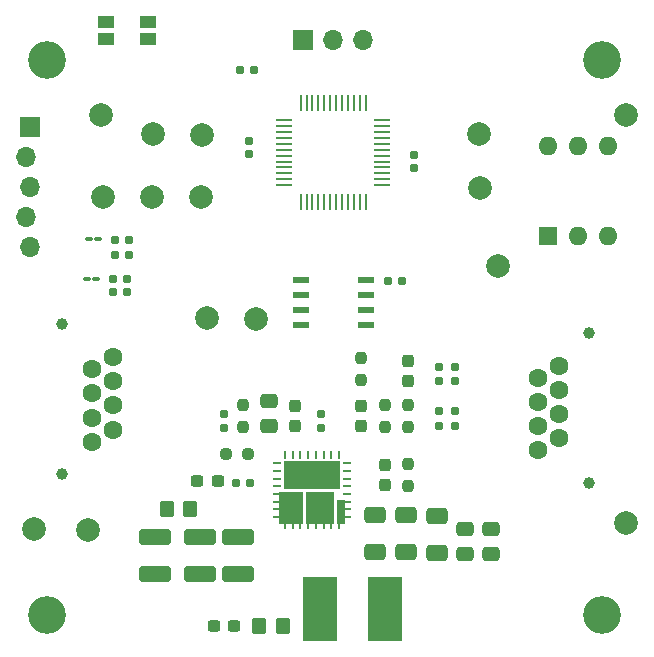
<source format=gbr>
%TF.GenerationSoftware,KiCad,Pcbnew,7.0.6*%
%TF.CreationDate,2023-09-15T11:23:23-07:00*%
%TF.ProjectId,dmxRx,646d7852-782e-46b6-9963-61645f706362,rev?*%
%TF.SameCoordinates,Original*%
%TF.FileFunction,Soldermask,Top*%
%TF.FilePolarity,Negative*%
%FSLAX46Y46*%
G04 Gerber Fmt 4.6, Leading zero omitted, Abs format (unit mm)*
G04 Created by KiCad (PCBNEW 7.0.6) date 2023-09-15 11:23:23*
%MOMM*%
%LPD*%
G01*
G04 APERTURE LIST*
G04 Aperture macros list*
%AMRoundRect*
0 Rectangle with rounded corners*
0 $1 Rounding radius*
0 $2 $3 $4 $5 $6 $7 $8 $9 X,Y pos of 4 corners*
0 Add a 4 corners polygon primitive as box body*
4,1,4,$2,$3,$4,$5,$6,$7,$8,$9,$2,$3,0*
0 Add four circle primitives for the rounded corners*
1,1,$1+$1,$2,$3*
1,1,$1+$1,$4,$5*
1,1,$1+$1,$6,$7*
1,1,$1+$1,$8,$9*
0 Add four rect primitives between the rounded corners*
20,1,$1+$1,$2,$3,$4,$5,0*
20,1,$1+$1,$4,$5,$6,$7,0*
20,1,$1+$1,$6,$7,$8,$9,0*
20,1,$1+$1,$8,$9,$2,$3,0*%
G04 Aperture macros list end*
%ADD10R,1.700000X1.700000*%
%ADD11O,1.700000X1.700000*%
%ADD12RoundRect,0.160000X-0.197500X-0.160000X0.197500X-0.160000X0.197500X0.160000X-0.197500X0.160000X0*%
%ADD13C,2.000000*%
%ADD14RoundRect,0.160000X-0.160000X0.197500X-0.160000X-0.197500X0.160000X-0.197500X0.160000X0.197500X0*%
%ADD15RoundRect,0.250000X0.650000X-0.412500X0.650000X0.412500X-0.650000X0.412500X-0.650000X-0.412500X0*%
%ADD16C,1.000000*%
%ADD17C,1.600000*%
%ADD18RoundRect,0.237500X0.237500X-0.300000X0.237500X0.300000X-0.237500X0.300000X-0.237500X-0.300000X0*%
%ADD19RoundRect,0.155000X0.155000X-0.212500X0.155000X0.212500X-0.155000X0.212500X-0.155000X-0.212500X0*%
%ADD20RoundRect,0.100000X-0.217500X-0.100000X0.217500X-0.100000X0.217500X0.100000X-0.217500X0.100000X0*%
%ADD21RoundRect,0.160000X0.160000X-0.197500X0.160000X0.197500X-0.160000X0.197500X-0.160000X-0.197500X0*%
%ADD22R,1.600000X1.600000*%
%ADD23O,1.600000X1.600000*%
%ADD24C,3.200000*%
%ADD25RoundRect,0.250000X0.475000X-0.337500X0.475000X0.337500X-0.475000X0.337500X-0.475000X-0.337500X0*%
%ADD26RoundRect,0.160000X0.197500X0.160000X-0.197500X0.160000X-0.197500X-0.160000X0.197500X-0.160000X0*%
%ADD27R,1.400000X1.050000*%
%ADD28RoundRect,0.155000X0.212500X0.155000X-0.212500X0.155000X-0.212500X-0.155000X0.212500X-0.155000X0*%
%ADD29RoundRect,0.237500X-0.237500X0.250000X-0.237500X-0.250000X0.237500X-0.250000X0.237500X0.250000X0*%
%ADD30RoundRect,0.250000X-0.350000X-0.450000X0.350000X-0.450000X0.350000X0.450000X-0.350000X0.450000X0*%
%ADD31RoundRect,0.250000X-1.100000X0.412500X-1.100000X-0.412500X1.100000X-0.412500X1.100000X0.412500X0*%
%ADD32R,1.460500X0.558800*%
%ADD33RoundRect,0.237500X0.300000X0.237500X-0.300000X0.237500X-0.300000X-0.237500X0.300000X-0.237500X0*%
%ADD34R,1.346200X0.279400*%
%ADD35R,0.279400X1.346200*%
%ADD36R,0.711200X0.254000*%
%ADD37R,0.254000X0.711200*%
%ADD38R,4.851400X2.362200*%
%ADD39R,2.133600X2.692400*%
%ADD40R,2.387600X2.692400*%
%ADD41R,0.762000X2.032000*%
%ADD42RoundRect,0.155000X-0.155000X0.212500X-0.155000X-0.212500X0.155000X-0.212500X0.155000X0.212500X0*%
%ADD43R,2.930000X5.500000*%
%ADD44RoundRect,0.237500X-0.250000X-0.237500X0.250000X-0.237500X0.250000X0.237500X-0.250000X0.237500X0*%
G04 APERTURE END LIST*
D10*
%TO.C,J1*%
X152633200Y-89700000D03*
D11*
X152226800Y-92240000D03*
X152633200Y-94780000D03*
X152226800Y-97320000D03*
X152633200Y-99860000D03*
%TD*%
D12*
%TO.C,R17*%
X159772500Y-99280000D03*
X160967500Y-99280000D03*
%TD*%
D13*
%TO.C,TP5*%
X190700000Y-94900000D03*
%TD*%
%TO.C,FID3*%
X203100000Y-88700000D03*
%TD*%
D14*
%TO.C,R8*%
X177200000Y-114002500D03*
X177200000Y-115197500D03*
%TD*%
D13*
%TO.C,FID2*%
X203100000Y-123200000D03*
%TD*%
D15*
%TO.C,C11*%
X187021399Y-125741101D03*
X187021399Y-122616101D03*
%TD*%
D16*
%TO.C,CON2*%
X199920000Y-119835000D03*
X199920000Y-107135000D03*
D17*
X195600000Y-117040000D03*
X197380000Y-116020000D03*
X195600000Y-115000000D03*
X197380000Y-113980000D03*
X195600000Y-112960000D03*
X197380000Y-111940000D03*
X195600000Y-110920000D03*
X197380000Y-109900000D03*
%TD*%
D18*
%TO.C,C10*%
X184621399Y-111241101D03*
X184621399Y-109516101D03*
%TD*%
D19*
%TO.C,C18*%
X185070000Y-93167500D03*
X185070000Y-92032500D03*
%TD*%
D13*
%TO.C,TP12*%
X192200000Y-101500000D03*
%TD*%
D20*
%TO.C,D1*%
X157582500Y-99200000D03*
X158397500Y-99200000D03*
%TD*%
D21*
%TO.C,R1*%
X187221399Y-111176101D03*
X187221399Y-109981101D03*
%TD*%
D22*
%TO.C,SW1*%
X196475000Y-98900000D03*
D23*
X199015000Y-98900000D03*
X201555000Y-98900000D03*
X201555000Y-91280000D03*
X199015000Y-91280000D03*
X196475000Y-91280000D03*
%TD*%
D24*
%TO.C,H3*%
X201000000Y-131000000D03*
%TD*%
D13*
%TO.C,TP2*%
X162900000Y-95600000D03*
%TD*%
D25*
%TO.C,C3*%
X172821399Y-115016101D03*
X172821399Y-112941101D03*
%TD*%
D26*
%TO.C,R20*%
X160827500Y-103700000D03*
X159632500Y-103700000D03*
%TD*%
D10*
%TO.C,J2*%
X175705000Y-82300000D03*
D11*
X178245000Y-82300000D03*
X180785000Y-82300000D03*
%TD*%
D13*
%TO.C,TP4*%
X158800000Y-95600000D03*
%TD*%
D12*
%TO.C,R19*%
X159632500Y-102600000D03*
X160827500Y-102600000D03*
%TD*%
D24*
%TO.C,H1*%
X154000000Y-84000000D03*
%TD*%
D12*
%TO.C,R16*%
X170402500Y-84870000D03*
X171597500Y-84870000D03*
%TD*%
D14*
%TO.C,R4*%
X188621399Y-113783601D03*
X188621399Y-114978601D03*
%TD*%
D27*
%TO.C,SW2*%
X159000000Y-80775000D03*
X162600000Y-80775000D03*
X159000000Y-82225000D03*
X162600000Y-82225000D03*
%TD*%
D20*
%TO.C,D2*%
X157392500Y-102600000D03*
X158207500Y-102600000D03*
%TD*%
D28*
%TO.C,C19*%
X184067500Y-102700000D03*
X182932500Y-102700000D03*
%TD*%
D29*
%TO.C,R13*%
X184621399Y-118266101D03*
X184621399Y-120091101D03*
%TD*%
D30*
%TO.C,R14*%
X172021399Y-131978601D03*
X174021399Y-131978601D03*
%TD*%
D13*
%TO.C,TP7*%
X167600000Y-105900000D03*
%TD*%
D31*
%TO.C,C8*%
X167021399Y-124416101D03*
X167021399Y-127541101D03*
%TD*%
D32*
%TO.C,U3*%
X175575850Y-102695000D03*
X175575850Y-103965000D03*
X175575850Y-105235000D03*
X175575850Y-106505000D03*
X181024150Y-106505000D03*
X181024150Y-105235000D03*
X181024150Y-103965000D03*
X181024150Y-102695000D03*
%TD*%
D33*
%TO.C,C16*%
X169883899Y-131978601D03*
X168158899Y-131978601D03*
%TD*%
D15*
%TO.C,C12*%
X184421399Y-125703601D03*
X184421399Y-122578601D03*
%TD*%
D25*
%TO.C,C14*%
X189421399Y-125816101D03*
X189421399Y-123741101D03*
%TD*%
D29*
%TO.C,R7*%
X170621399Y-113266101D03*
X170621399Y-115091101D03*
%TD*%
%TO.C,R15*%
X184621399Y-113266101D03*
X184621399Y-115091101D03*
%TD*%
D33*
%TO.C,C4*%
X168483899Y-119653600D03*
X166758899Y-119653600D03*
%TD*%
D18*
%TO.C,C1*%
X175021399Y-115041101D03*
X175021399Y-113316101D03*
%TD*%
D29*
%TO.C,R9*%
X180621399Y-109266101D03*
X180621399Y-111091101D03*
%TD*%
D34*
%TO.C,U1*%
X174081700Y-89130000D03*
X174081700Y-89629999D03*
X174081700Y-90130001D03*
X174081700Y-90630000D03*
X174081700Y-91129999D03*
X174081700Y-91630000D03*
X174081700Y-92130000D03*
X174081700Y-92630001D03*
X174081700Y-93130000D03*
X174081700Y-93629999D03*
X174081700Y-94130001D03*
X174081700Y-94630000D03*
D35*
X175510000Y-96058300D03*
X176009999Y-96058300D03*
X176510001Y-96058300D03*
X177010000Y-96058300D03*
X177509999Y-96058300D03*
X178010000Y-96058300D03*
X178510000Y-96058300D03*
X179010001Y-96058300D03*
X179510000Y-96058300D03*
X180009999Y-96058300D03*
X180510001Y-96058300D03*
X181010000Y-96058300D03*
D34*
X182438300Y-94630000D03*
X182438300Y-94130001D03*
X182438300Y-93629999D03*
X182438300Y-93130000D03*
X182438300Y-92630001D03*
X182438300Y-92130000D03*
X182438300Y-91630000D03*
X182438300Y-91129999D03*
X182438300Y-90630000D03*
X182438300Y-90130001D03*
X182438300Y-89629999D03*
X182438300Y-89130000D03*
D35*
X181010000Y-87701700D03*
X180510001Y-87701700D03*
X180009999Y-87701700D03*
X179510000Y-87701700D03*
X179010001Y-87701700D03*
X178510000Y-87701700D03*
X178010000Y-87701700D03*
X177509999Y-87701700D03*
X177010000Y-87701700D03*
X176510001Y-87701700D03*
X176009999Y-87701700D03*
X175510000Y-87701700D03*
%TD*%
D13*
%TO.C,TP11*%
X152900000Y-123700000D03*
%TD*%
D36*
%TO.C,U2*%
X173528599Y-118178601D03*
X173528599Y-118828599D03*
X173528599Y-119478601D03*
X173528599Y-120128599D03*
X173528599Y-120778601D03*
X173528599Y-121428599D03*
X173528599Y-122078601D03*
X173528599Y-122728599D03*
D37*
X174200000Y-123400000D03*
X174849998Y-123400000D03*
X175500000Y-123400000D03*
X176149998Y-123400000D03*
X176800000Y-123400000D03*
X177449998Y-123400000D03*
X178100000Y-123400000D03*
X178749998Y-123400000D03*
D36*
X179421399Y-122728599D03*
X179421399Y-122078601D03*
X179421399Y-121428599D03*
X179421399Y-120778601D03*
X179421399Y-120128599D03*
X179421399Y-119478601D03*
X179421399Y-118828599D03*
X179421399Y-118178601D03*
D37*
X178749998Y-117507200D03*
X178100000Y-117507200D03*
X177449998Y-117507200D03*
X176800000Y-117507200D03*
X176149998Y-117507200D03*
X175500000Y-117507200D03*
X174849998Y-117507200D03*
X174200000Y-117507200D03*
D38*
X176474999Y-119208600D03*
D39*
X174694999Y-121948600D03*
D40*
X177169999Y-121948600D03*
D41*
X178949999Y-122273600D03*
%TD*%
D42*
%TO.C,C17*%
X171140000Y-90882500D03*
X171140000Y-92017500D03*
%TD*%
D13*
%TO.C,TP3*%
X167100000Y-95600000D03*
%TD*%
D21*
%TO.C,R5*%
X169021399Y-115176101D03*
X169021399Y-113981101D03*
%TD*%
D16*
%TO.C,CON1*%
X155280000Y-106405000D03*
X155280000Y-119105000D03*
D17*
X159600000Y-109200000D03*
X157820000Y-110220000D03*
X159600000Y-111240000D03*
X157820000Y-112260000D03*
X159600000Y-113280000D03*
X157820000Y-114300000D03*
X159600000Y-115320000D03*
X157820000Y-116340000D03*
%TD*%
D13*
%TO.C,TP6*%
X190600000Y-90300000D03*
%TD*%
D14*
%TO.C,R3*%
X188621399Y-109981101D03*
X188621399Y-111176101D03*
%TD*%
D13*
%TO.C,TP8*%
X171700000Y-106000000D03*
%TD*%
D31*
%TO.C,C9*%
X170221399Y-124416101D03*
X170221399Y-127541101D03*
%TD*%
D24*
%TO.C,H2*%
X201000000Y-84000000D03*
%TD*%
D31*
%TO.C,C6*%
X163221399Y-124416101D03*
X163221399Y-127541101D03*
%TD*%
D18*
%TO.C,C2*%
X180621399Y-115041101D03*
X180621399Y-113316101D03*
%TD*%
D13*
%TO.C,FID1*%
X158600000Y-88700000D03*
%TD*%
D25*
%TO.C,C15*%
X191621399Y-125816101D03*
X191621399Y-123741101D03*
%TD*%
D18*
%TO.C,C5*%
X182621399Y-120041101D03*
X182621399Y-118316101D03*
%TD*%
D13*
%TO.C,TP10*%
X163000000Y-90300000D03*
%TD*%
D43*
%TO.C,L1*%
X177130000Y-130500000D03*
X182670000Y-130500000D03*
%TD*%
D12*
%TO.C,R12*%
X170023899Y-119853600D03*
X171218899Y-119853600D03*
%TD*%
D30*
%TO.C,FB1*%
X164167799Y-122053600D03*
X166167799Y-122053600D03*
%TD*%
D44*
%TO.C,R10*%
X169196399Y-117378601D03*
X171021399Y-117378601D03*
%TD*%
D14*
%TO.C,R2*%
X187221399Y-113781101D03*
X187221399Y-114976101D03*
%TD*%
D13*
%TO.C,TP9*%
X157500000Y-123800000D03*
%TD*%
%TO.C,TP1*%
X167200000Y-90400000D03*
%TD*%
D15*
%TO.C,C13*%
X181821399Y-125703601D03*
X181821399Y-122578601D03*
%TD*%
D29*
%TO.C,R6*%
X182621399Y-113266101D03*
X182621399Y-115091101D03*
%TD*%
D24*
%TO.C,H4*%
X154000000Y-131000000D03*
%TD*%
D26*
%TO.C,R18*%
X160977500Y-100510000D03*
X159782500Y-100510000D03*
%TD*%
M02*

</source>
